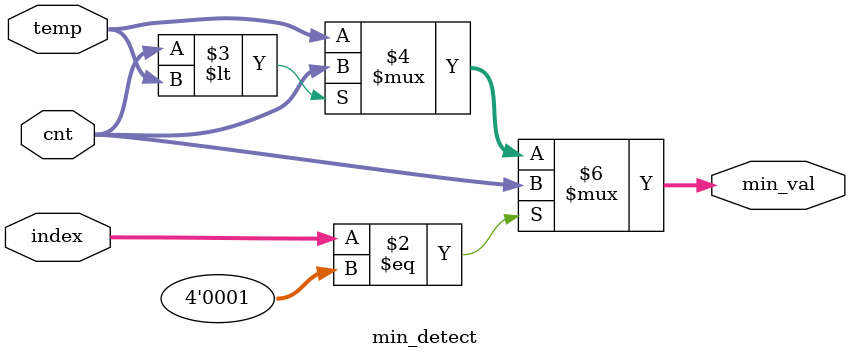
<source format=sv>
module min_detect #(
    parameter int WIDTH = 8  // cnt, temp, min_val 비트 수
)(
    input  logic [WIDTH-1:0] cnt,
    input  logic [WIDTH-1:0] temp,
    input  logic [$clog2(WIDTH):0] index,
    output logic [WIDTH-1:0] min_val
);

    always_comb begin
        if (index == 1)
            min_val = cnt;
        else
            min_val = (cnt < temp) ? cnt : temp;
    end

endmodule

</source>
